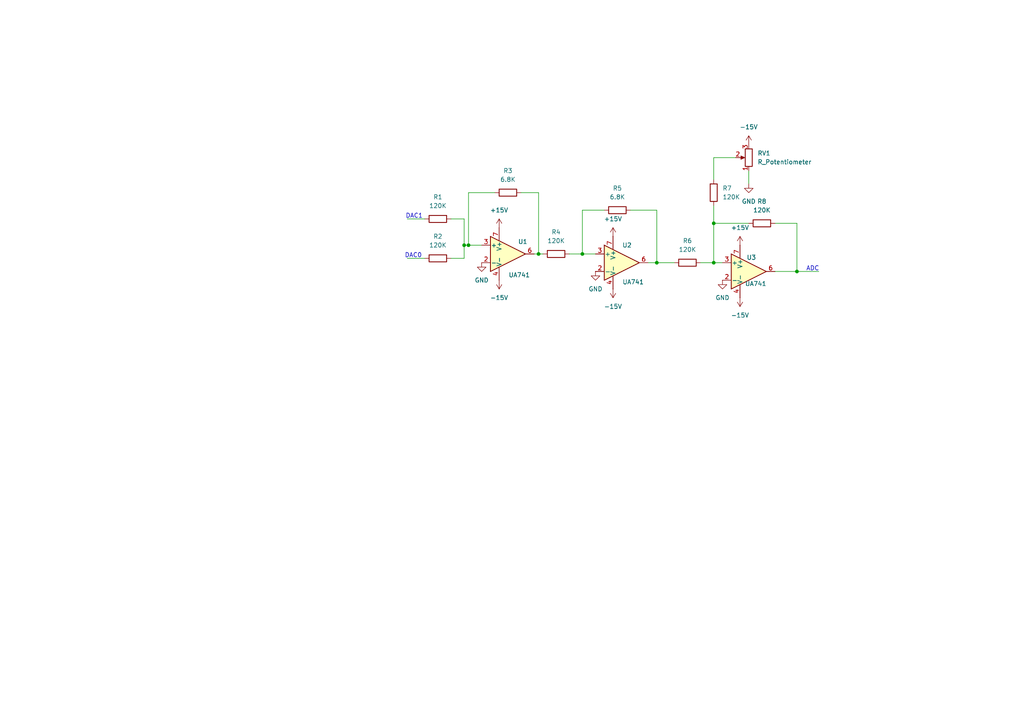
<source format=kicad_sch>
(kicad_sch (version 20231120) (generator "eeschema") (generator_version "8.0")
  (paper "A4")
  (lib_symbols
    (symbol "Amplifier_Operational:OPA340UA" (pin_names (offset 0.127))
      (property "Reference" "U" (at 0 6.35 0))
      (property "Value" "OPA340UA" (at 0 3.81 0))
      (symbol "OPA340UA_0_1"
        (polyline (pts (xy -5.08 5.08) (xy 5.08 0) (xy -5.08 -5.08) (xy -5.08 5.08)) (stroke (width 0.254)) (fill (type background)))
      )
      (symbol "OPA340UA_1_1"
        (pin no_connect line (at -2.54 2.54 270) (length 2.54) hide (name "NC") (number "1"))
        (pin input line (at -7.62 -2.54 0) (length 2.54) (name "-") (number "2"))
        (pin input line (at -7.62 2.54 0) (length 2.54) (name "+") (number "3"))
        (pin power_in line (at -2.54 -7.62 90) (length 3.81) (name "V-") (number "4"))
        (pin no_connect line (at 0 2.54 270) (length 2.54) hide (name "NC") (number "5"))
        (pin output line (at 7.62 0 180) (length 2.54) (name "~") (number "6"))
        (pin power_in line (at -2.54 7.62 270) (length 3.81) (name "V+") (number "7"))
        (pin no_connect line (at 0 -2.54 90) (length 2.54) hide (name "NC") (number "8"))
      )
    )
    (symbol "Device:R" (pin_numbers hide) (pin_names (offset 0))
      (property "Reference" "R" (at 2.032 0 90))
      (property "Value" "R" (at 0 0 90))
      (symbol "R_0_1"
        (rectangle (start -1.016 -2.54) (end 1.016 2.54) (stroke (width 0.254)))
      )
      (symbol "R_1_1"
        (pin passive line (at 0 3.81 270) (length 1.27) (name "~") (number "1"))
        (pin passive line (at 0 -3.81 90) (length 1.27) (name "~") (number "2"))
      )
    )
    (symbol "Device:R_Potentiometer" (pin_names (offset 1.016) hide)
      (property "Reference" "RV" (at -4.445 0 90))
      (property "Value" "R_Potentiometer" (at -2.54 0 90))
      (symbol "R_Potentiometer_0_1"
        (polyline (pts (xy 2.54 0) (xy 1.524 0)))
        (polyline (pts (xy 1.143 0) (xy 2.286 0.508) (xy 2.286 -0.508) (xy 1.143 0)) (fill (type outline)))
        (rectangle (start 1.016 2.54) (end -1.016 -2.54) (stroke (width 0.254)))
      )
      (symbol "R_Potentiometer_1_1"
        (pin passive line (at 0 3.81 270) (length 1.27) (name "1") (number "1"))
        (pin passive line (at 3.81 0 180) (length 1.27) (name "2") (number "2"))
        (pin passive line (at 0 -3.81 90) (length 1.27) (name "3") (number "3"))
      )
    )
    (symbol "power:+15V" (power) (pin_numbers hide) (pin_names (offset 0) hide)
      (property "Value" "+15V" (at 0 3.556 0))
      (symbol "+15V_0_1"
        (polyline (pts (xy -0.762 1.27) (xy 0 2.54)))
        (polyline (pts (xy 0 0) (xy 0 2.54)))
        (polyline (pts (xy 0 2.54) (xy 0.762 1.27)))
      )
      (symbol "+15V_1_1"
        (pin power_in line (at 0 0 90) (length 0) (name "~") (number "1"))
      )
    )
    (symbol "power:GND" (power) (pin_numbers hide) (pin_names (offset 0) hide)
      (property "Value" "GND" (at 0 -3.81 0))
      (symbol "GND_0_1"
        (polyline (pts (xy 0 0) (xy 0 -1.27) (xy 1.27 -1.27) (xy 0 -2.54) (xy -1.27 -1.27) (xy 0 -1.27)))
      )
      (symbol "GND_1_1"
        (pin power_in line (at 0 0 270) (length 0) (name "~") (number "1"))
      )
    )
  )
  (junction (at 168.91 73.66))
  (junction (at 207.01 64.77))
  (junction (at 231.14 78.74))
  (junction (at 190.5 76.2))
  (junction (at 134.62 71.12))
  (junction (at 156.21 73.66))
  (junction (at 135.89 71.12))
  (junction (at 207.01 76.2))
  (wire (pts (xy 207.01 76.2) (xy 209.55 76.2)))
  (wire (pts (xy 207.01 76.2) (xy 207.01 64.77)))
  (wire (pts (xy 134.62 74.93) (xy 130.81 74.93)))
  (wire (pts (xy 151.13 55.88) (xy 156.21 55.88)))
  (wire (pts (xy 168.91 73.66) (xy 172.72 73.66)))
  (wire (pts (xy 224.79 78.74) (xy 231.14 78.74)))
  (wire (pts (xy 190.5 60.96) (xy 190.5 76.2)))
  (wire (pts (xy 231.14 78.74) (xy 237.49 78.74)))
  (wire (pts (xy 207.01 59.69) (xy 207.01 64.77)))
  (wire (pts (xy 207.01 45.72) (xy 207.01 52.07)))
  (wire (pts (xy 168.91 60.96) (xy 175.26 60.96)))
  (wire (pts (xy 203.2 76.2) (xy 207.01 76.2)))
  (wire (pts (xy 118.11 74.93) (xy 123.19 74.93)))
  (wire (pts (xy 165.1 73.66) (xy 168.91 73.66)))
  (wire (pts (xy 207.01 64.77) (xy 217.17 64.77)))
  (wire (pts (xy 231.14 64.77) (xy 231.14 78.74)))
  (wire (pts (xy 135.89 55.88) (xy 143.51 55.88)))
  (wire (pts (xy 190.5 76.2) (xy 187.96 76.2)))
  (wire (pts (xy 156.21 55.88) (xy 156.21 73.66)))
  (wire (pts (xy 135.89 71.12) (xy 135.89 55.88)))
  (wire (pts (xy 118.11 63.5) (xy 123.19 63.5)))
  (wire (pts (xy 217.17 49.53) (xy 217.17 53.34)))
  (wire (pts (xy 224.79 64.77) (xy 231.14 64.77)))
  (wire (pts (xy 135.89 71.12) (xy 139.7 71.12)))
  (wire (pts (xy 134.62 71.12) (xy 135.89 71.12)))
  (wire (pts (xy 154.94 73.66) (xy 156.21 73.66)))
  (wire (pts (xy 134.62 63.5) (xy 134.62 71.12)))
  (wire (pts (xy 134.62 71.12) (xy 134.62 74.93)))
  (wire (pts (xy 182.88 60.96) (xy 190.5 60.96)))
  (wire (pts (xy 213.36 45.72) (xy 207.01 45.72)))
  (wire (pts (xy 190.5 76.2) (xy 195.58 76.2)))
  (wire (pts (xy 156.21 73.66) (xy 157.48 73.66)))
  (wire (pts (xy 168.91 73.66) (xy 168.91 60.96)))
  (wire (pts (xy 130.81 63.5) (xy 134.62 63.5)))
  (text "ADC\n" (at 235.712 77.978 0) (effects (font (size 1.27 1.27))))
  (text "DAC1\n" (at 120.142 62.738 0) (effects (font (size 1.27 1.27))))
  (text "DAC0\n" (at 119.888 74.168 0) (effects (font (size 1.27 1.27))))
  (symbol (lib_id "Device:R") (at 220.98 64.77 90) (unit 1)
    (property "Reference" "R8" (at 220.98 58.42 90))
    (property "Value" "120K" (at 220.98 60.96 90))
    (property "Description" "Resistor" (effects (hide yes)))
  )
  (symbol (lib_id "Device:R_Potentiometer") (at 217.17 45.72 180) (unit 1)
    (property "Reference" "RV1" (at 219.71 44.4499 0) (effects (justify right)))
    (property "Value" "R_Potentiometer" (at 219.71 46.9899 0) (effects (justify right)))
    (property "Description" "Potentiometer" (effects (hide yes)))
  )
  (symbol (lib_id "power:+15V") (at 144.78 81.28 180) (unit 1)
    (property "Reference" "#PWR05" (effects (hide yes)))
    (property "Value" "-15V" (at 144.78 86.36 0))
    (property "Description" "Power symbol creates a global label with name \"+15V\"" (effects (hide yes)))
  )
  (symbol (lib_id "Device:R") (at 199.39 76.2 90) (unit 1)
    (property "Reference" "R6" (at 199.39 69.85 90))
    (property "Value" "120K" (at 199.39 72.39 90))
    (property "Description" "Resistor" (effects (hide yes)))
  )
  (symbol (lib_id "power:GND") (at 217.17 53.34 0) (unit 1)
    (property "Reference" "#PWR01" (effects (hide yes)))
    (property "Value" "GND" (at 217.17 58.42 0))
    (property "Description" "Power symbol creates a global label with name \"GND\" , ground" (effects (hide yes)))
  )
  (symbol (lib_id "power:+15V") (at 214.63 71.12 0) (unit 1)
    (property "Reference" "#PWR04" (effects (hide yes)))
    (property "Value" "+15V" (at 214.63 66.04 0))
    (property "Description" "Power symbol creates a global label with name \"+15V\"" (effects (hide yes)))
  )
  (symbol (lib_id "power:+15V") (at 177.8 83.82 180) (unit 1)
    (property "Reference" "#PWR06" (effects (hide yes)))
    (property "Value" "-15V" (at 177.8 88.9 0))
    (property "Description" "Power symbol creates a global label with name \"+15V\"" (effects (hide yes)))
  )
  (symbol (lib_id "Device:R") (at 179.07 60.96 90) (unit 1)
    (property "Reference" "R5" (at 179.07 54.61 90))
    (property "Value" "6.8K" (at 179.07 57.15 90))
    (property "Description" "Resistor" (effects (hide yes)))
  )
  (symbol (lib_id "Device:R") (at 127 74.93 90) (unit 1)
    (property "Reference" "R2" (at 127 68.58 90))
    (property "Value" "120K" (at 127 71.12 90))
    (property "Description" "Resistor" (effects (hide yes)))
  )
  (symbol (lib_id "power:GND") (at 209.55 81.28 0) (unit 1)
    (property "Reference" "#PWR09" (effects (hide yes)))
    (property "Value" "GND" (at 209.55 86.36 0))
    (property "Description" "Power symbol creates a global label with name \"GND\" , ground" (effects (hide yes)))
  )
  (symbol (lib_id "power:GND") (at 139.7 76.2 0) (unit 1)
    (property "Reference" "#PWR011" (effects (hide yes)))
    (property "Value" "GND" (at 139.7 81.28 0))
    (property "Description" "Power symbol creates a global label with name \"GND\" , ground" (effects (hide yes)))
  )
  (symbol (lib_id "power:+15V") (at 217.17 41.91 0) (unit 1)
    (property "Reference" "#PWR08" (effects (hide yes)))
    (property "Value" "-15V" (at 217.17 36.83 0))
    (property "Description" "Power symbol creates a global label with name \"+15V\"" (effects (hide yes)))
  )
  (symbol (lib_id "power:+15V") (at 144.78 66.04 0) (unit 1)
    (property "Reference" "#PWR03" (effects (hide yes)))
    (property "Value" "+15V" (at 144.78 60.96 0))
    (property "Description" "Power symbol creates a global label with name \"+15V\"" (effects (hide yes)))
  )
  (symbol (lib_id "Device:R") (at 147.32 55.88 90) (unit 1)
    (property "Reference" "R3" (at 147.32 49.53 90))
    (property "Value" "6.8K" (at 147.32 52.07 90))
    (property "Description" "Resistor" (effects (hide yes)))
  )
  (symbol (lib_id "Amplifier_Operational:OPA340UA") (at 217.17 78.74 0) (unit 1)
    (property "Reference" "U3" (at 217.932 74.676 0))
    (property "Value" "UA741" (at 219.202 82.296 0))
    (property "Footprint" "Package_SO:SOIC-8_3.9x4.9mm_P1.27mm" (effects (hide yes)))
    (property "Datasheet" "http://www.ti.com/lit/ds/symlink/opa340.pdf" (effects (hide yes)))
    (property "Description" "Single Single-Supply, Rail-to-Rail Operational Amplifier, MicroAmplifier Series, SOIC-8" (effects (hide yes)))
  )
  (symbol (lib_id "power:+15V") (at 177.8 68.58 0) (unit 1)
    (property "Reference" "#PWR02" (effects (hide yes)))
    (property "Value" "+15V" (at 177.8 63.5 0))
    (property "Description" "Power symbol creates a global label with name \"+15V\"" (effects (hide yes)))
  )
  (symbol (lib_id "Device:R") (at 161.29 73.66 90) (unit 1)
    (property "Reference" "R4" (at 161.29 67.31 90))
    (property "Value" "120K" (at 161.29 69.85 90))
    (property "Description" "Resistor" (effects (hide yes)))
  )
  (symbol (lib_id "Amplifier_Operational:OPA340UA") (at 180.34 76.2 0) (unit 1)
    (property "Reference" "U2" (at 181.864 71.12 0))
    (property "Value" "UA741" (at 183.642 81.788 0))
    (property "Footprint" "Package_SO:SOIC-8_3.9x4.9mm_P1.27mm" (effects (hide yes)))
    (property "Datasheet" "http://www.ti.com/lit/ds/symlink/opa340.pdf" (effects (hide yes)))
    (property "Description" "Single Single-Supply, Rail-to-Rail Operational Amplifier, MicroAmplifier Series, SOIC-8" (effects (hide yes)))
  )
  (symbol (lib_id "Device:R") (at 127 63.5 90) (unit 1)
    (property "Reference" "R1" (at 127 57.15 90))
    (property "Value" "120K" (at 127 59.69 90))
    (property "Description" "Resistor" (effects (hide yes)))
  )
  (symbol (lib_id "Device:R") (at 207.01 55.88 180) (unit 1)
    (property "Reference" "R7" (at 209.55 54.6099 0) (effects (justify right)))
    (property "Value" "120K" (at 209.55 57.1499 0) (effects (justify right)))
    (property "Description" "Resistor" (effects (hide yes)))
  )
  (symbol (lib_id "Amplifier_Operational:OPA340UA") (at 147.32 73.66 0) (unit 1)
    (property "Reference" "U1" (at 151.638 70.104 0))
    (property "Value" "UA741" (at 150.622 79.756 0))
    (property "Footprint" "Package_SO:SOIC-8_3.9x4.9mm_P1.27mm" (effects (hide yes)))
    (property "Datasheet" "http://www.ti.com/lit/ds/symlink/opa340.pdf" (effects (hide yes)))
    (property "Description" "Single Single-Supply, Rail-to-Rail Operational Amplifier, MicroAmplifier Series, SOIC-8" (effects (hide yes)))
  )
  (symbol (lib_id "power:GND") (at 172.72 78.74 0) (unit 1)
    (property "Reference" "#PWR010" (effects (hide yes)))
    (property "Value" "GND" (at 172.72 83.82 0))
    (property "Description" "Power symbol creates a global label with name \"GND\" , ground" (effects (hide yes)))
  )
  (symbol (lib_id "power:+15V") (at 214.63 86.36 180) (unit 1)
    (property "Reference" "#PWR07" (effects (hide yes)))
    (property "Value" "-15V" (at 214.63 91.44 0))
    (property "Description" "Power symbol creates a global label with name \"+15V\"" (effects (hide yes)))
  )
)
</source>
